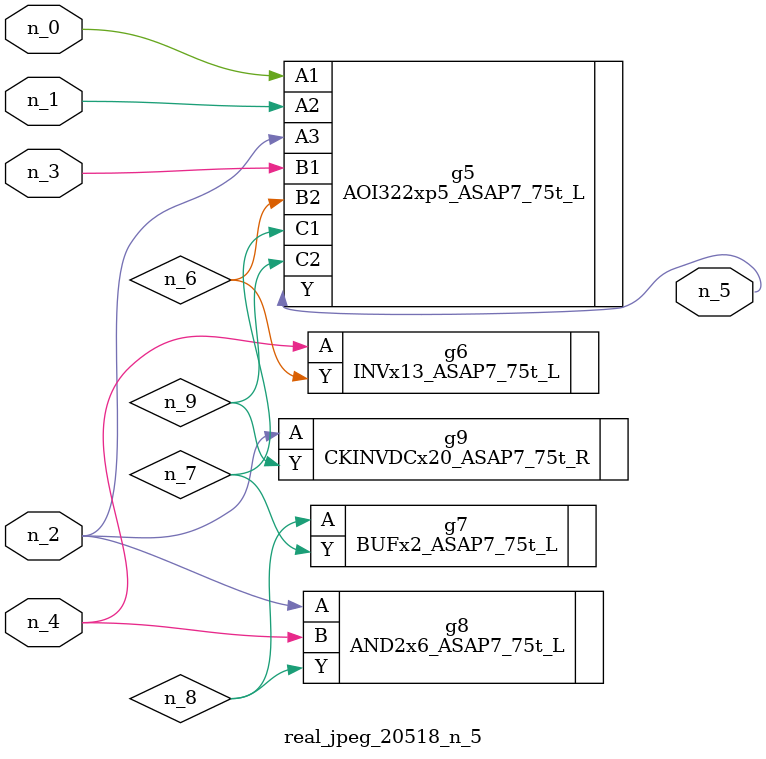
<source format=v>
module real_jpeg_20518_n_5 (n_4, n_0, n_1, n_2, n_3, n_5);

input n_4;
input n_0;
input n_1;
input n_2;
input n_3;

output n_5;

wire n_8;
wire n_6;
wire n_7;
wire n_9;

AOI322xp5_ASAP7_75t_L g5 ( 
.A1(n_0),
.A2(n_1),
.A3(n_2),
.B1(n_3),
.B2(n_6),
.C1(n_7),
.C2(n_9),
.Y(n_5)
);

AND2x6_ASAP7_75t_L g8 ( 
.A(n_2),
.B(n_4),
.Y(n_8)
);

CKINVDCx20_ASAP7_75t_R g9 ( 
.A(n_2),
.Y(n_9)
);

INVx13_ASAP7_75t_L g6 ( 
.A(n_4),
.Y(n_6)
);

BUFx2_ASAP7_75t_L g7 ( 
.A(n_8),
.Y(n_7)
);


endmodule
</source>
